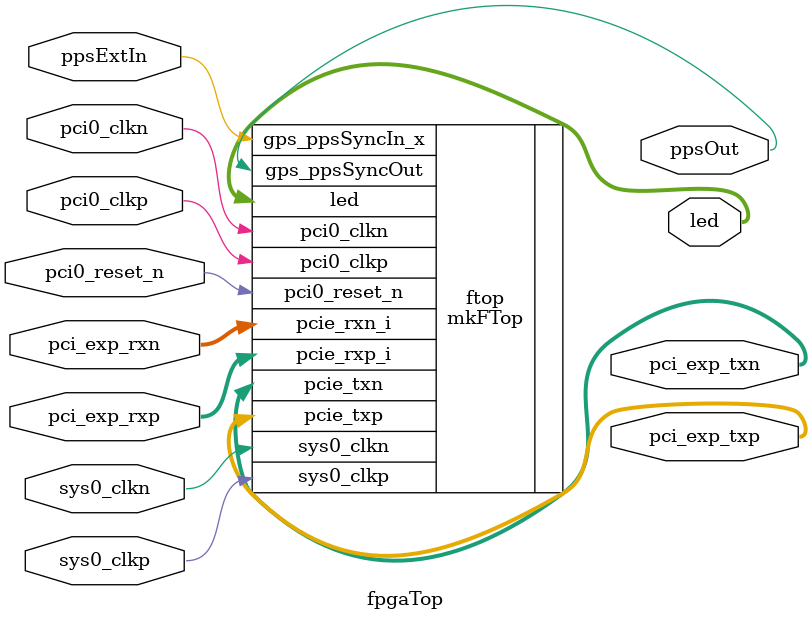
<source format=v>

module fpgaTop(
  input  wire        sys0_clkp,     // sys0 Clock +
  input  wire        sys0_clkn,     // sys0 Clock -
  input  wire        pci0_clkp,     // PCIe Clock +
  input  wire        pci0_clkn,     // PCIe Clock -
  input  wire        pci0_reset_n,  // PCIe Reset
  output wire [7:0]  pci_exp_txp,   // PCIe lanes...
  output wire [7:0]  pci_exp_txn,
  input  wire [7:0]  pci_exp_rxp,
  input  wire [7:0]  pci_exp_rxn,
  output wire [2:0]  led,            // LEDs ml555
  input  wire        ppsExtIn,       // PPS in
  output wire        ppsOut          // PPS out
);

// Instance and connect mkFTop...
 mkFTop ftop(
  .sys0_clkp         (sys0_clkp),
  .sys0_clkn         (sys0_clkn),
  .pci0_clkp         (pci0_clkp),
  .pci0_clkn         (pci0_clkn),
  .pci0_reset_n      (pci0_reset_n),
  .pcie_rxp_i        (pci_exp_rxp),
  .pcie_rxn_i        (pci_exp_rxn),
  .pcie_txp          (pci_exp_txp),
  .pcie_txn          (pci_exp_txn),
  .led               (led),
  .gps_ppsSyncIn_x   (ppsExtIn),
  .gps_ppsSyncOut    (ppsOut) 
);

endmodule

</source>
